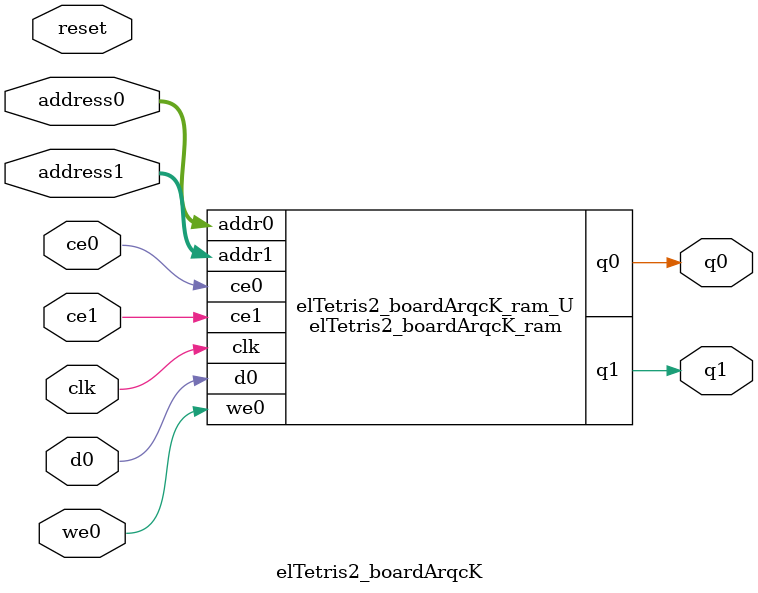
<source format=v>

`timescale 1 ns / 1 ps
module elTetris2_boardArqcK_ram (addr0, ce0, d0, we0, q0, addr1, ce1, q1,  clk);

parameter DWIDTH = 1;
parameter AWIDTH = 9;
parameter MEM_SIZE = 400;

input[AWIDTH-1:0] addr0;
input ce0;
input[DWIDTH-1:0] d0;
input we0;
output reg[DWIDTH-1:0] q0;
input[AWIDTH-1:0] addr1;
input ce1;
output reg[DWIDTH-1:0] q1;
input clk;

(* ram_style = "distributed" *)reg [DWIDTH-1:0] ram[0:MEM_SIZE-1];




always @(posedge clk)  
begin 
    if (ce0) 
    begin
        if (we0) 
        begin 
            ram[addr0] <= d0; 
            q0 <= d0;
        end 
        else 
            q0 <= ram[addr0];
    end
end


always @(posedge clk)  
begin 
    if (ce1) 
    begin
            q1 <= ram[addr1];
    end
end


endmodule


`timescale 1 ns / 1 ps
module elTetris2_boardArqcK(
    reset,
    clk,
    address0,
    ce0,
    we0,
    d0,
    q0,
    address1,
    ce1,
    q1);

parameter DataWidth = 32'd1;
parameter AddressRange = 32'd400;
parameter AddressWidth = 32'd9;
input reset;
input clk;
input[AddressWidth - 1:0] address0;
input ce0;
input we0;
input[DataWidth - 1:0] d0;
output[DataWidth - 1:0] q0;
input[AddressWidth - 1:0] address1;
input ce1;
output[DataWidth - 1:0] q1;



elTetris2_boardArqcK_ram elTetris2_boardArqcK_ram_U(
    .clk( clk ),
    .addr0( address0 ),
    .ce0( ce0 ),
    .d0( d0 ),
    .we0( we0 ),
    .q0( q0 ),
    .addr1( address1 ),
    .ce1( ce1 ),
    .q1( q1 ));

endmodule


</source>
